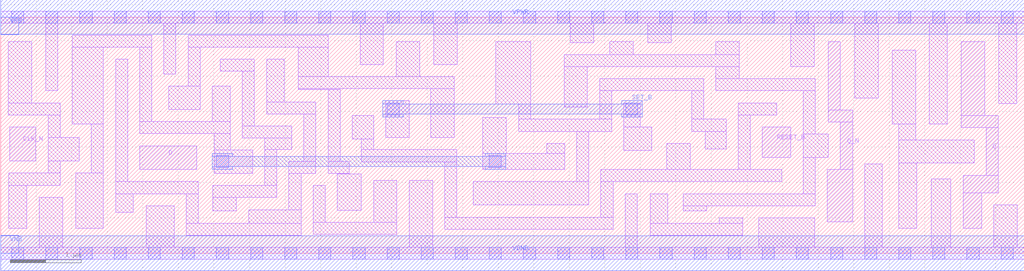
<source format=lef>
# Copyright 2020 The SkyWater PDK Authors
#
# Licensed under the Apache License, Version 2.0 (the "License");
# you may not use this file except in compliance with the License.
# You may obtain a copy of the License at
#
#     https://www.apache.org/licenses/LICENSE-2.0
#
# Unless required by applicable law or agreed to in writing, software
# distributed under the License is distributed on an "AS IS" BASIS,
# WITHOUT WARRANTIES OR CONDITIONS OF ANY KIND, either express or implied.
# See the License for the specific language governing permissions and
# limitations under the License.
#
# SPDX-License-Identifier: Apache-2.0

VERSION 5.5 ;
NAMESCASESENSITIVE ON ;
BUSBITCHARS "[]" ;
DIVIDERCHAR "/" ;
MACRO sky130_fd_sc_hs__dfbbn_2
  CLASS CORE ;
  SOURCE USER ;
  ORIGIN  0.000000  0.000000 ;
  SIZE  14.40000 BY  3.330000 ;
  SYMMETRY X Y ;
  SITE unit ;
  PIN D
    ANTENNAGATEAREA  0.126000 ;
    DIRECTION INPUT ;
    USE SIGNAL ;
    PORT
      LAYER li1 ;
        RECT 1.955000 1.180000 2.755000 1.510000 ;
    END
  END D
  PIN Q
    ANTENNADIFFAREA  0.543200 ;
    DIRECTION OUTPUT ;
    USE SIGNAL ;
    PORT
      LAYER li1 ;
        RECT 13.515000 1.770000 14.035000 1.940000 ;
        RECT 13.515000 1.940000 13.845000 2.980000 ;
        RECT 13.540000 0.350000 13.800000 0.850000 ;
        RECT 13.540000 0.850000 14.035000 1.100000 ;
        RECT 13.865000 1.100000 14.035000 1.770000 ;
    END
  END Q
  PIN Q_N
    ANTENNADIFFAREA  0.543200 ;
    DIRECTION OUTPUT ;
    USE SIGNAL ;
    PORT
      LAYER li1 ;
        RECT 11.630000 0.440000 11.985000 1.180000 ;
        RECT 11.645000 1.850000 11.985000 2.020000 ;
        RECT 11.645000 2.020000 11.815000 2.980000 ;
        RECT 11.815000 1.180000 11.985000 1.850000 ;
    END
  END Q_N
  PIN RESET_B
    ANTENNAGATEAREA  0.159000 ;
    DIRECTION INPUT ;
    USE SIGNAL ;
    PORT
      LAYER li1 ;
        RECT 10.715000 1.350000 11.115000 1.780000 ;
    END
  END RESET_B
  PIN SET_B
    ANTENNAPARTIALMETALSIDEAREA  2.541000 ;
    DIRECTION INPUT ;
    USE SIGNAL ;
    PORT
      LAYER met1 ;
        RECT 5.375000 1.920000 5.665000 1.965000 ;
        RECT 5.375000 1.965000 9.025000 2.105000 ;
        RECT 5.375000 2.105000 5.665000 2.150000 ;
        RECT 8.735000 1.920000 9.025000 1.965000 ;
        RECT 8.735000 2.105000 9.025000 2.150000 ;
    END
  END SET_B
  PIN CLK_N
    ANTENNAGATEAREA  0.279000 ;
    DIRECTION INPUT ;
    USE CLOCK ;
    PORT
      LAYER li1 ;
        RECT 0.125000 1.300000 0.495000 1.780000 ;
    END
  END CLK_N
  PIN VGND
    DIRECTION INOUT ;
    USE GROUND ;
    PORT
      LAYER met1 ;
        RECT 0.000000 -0.245000 14.400000 0.245000 ;
    END
  END VGND
  PIN VNB
    DIRECTION INOUT ;
    USE GROUND ;
    PORT
    END
  END VNB
  PIN VPB
    DIRECTION INOUT ;
    USE POWER ;
    PORT
    END
  END VPB
  PIN VNB
    DIRECTION INOUT ;
    USE GROUND ;
    PORT
      LAYER met1 ;
        RECT 0.000000 0.000000 0.250000 0.250000 ;
    END
  END VNB
  PIN VPB
    DIRECTION INOUT ;
    USE POWER ;
    PORT
      LAYER met1 ;
        RECT 0.000000 3.080000 0.250000 3.330000 ;
    END
  END VPB
  PIN VPWR
    DIRECTION INOUT ;
    USE POWER ;
    PORT
      LAYER met1 ;
        RECT 0.000000 3.085000 14.400000 3.575000 ;
    END
  END VPWR
  OBS
    LAYER li1 ;
      RECT  0.000000 -0.085000 14.400000 0.085000 ;
      RECT  0.000000  3.245000 14.400000 3.415000 ;
      RECT  0.105000  1.950000  0.835000 2.120000 ;
      RECT  0.105000  2.120000  0.435000 2.980000 ;
      RECT  0.115000  0.350000  0.365000 0.960000 ;
      RECT  0.115000  0.960000  0.835000 1.130000 ;
      RECT  0.545000  0.085000  0.875000 0.790000 ;
      RECT  0.635000  2.290000  0.805000 3.245000 ;
      RECT  0.665000  1.130000  0.835000 1.300000 ;
      RECT  0.665000  1.300000  1.105000 1.630000 ;
      RECT  0.665000  1.630000  0.835000 1.950000 ;
      RECT  1.005000  1.820000  1.445000 2.905000 ;
      RECT  1.005000  2.905000  2.125000 3.075000 ;
      RECT  1.055000  0.350000  1.445000 1.130000 ;
      RECT  1.275000  1.130000  1.445000 1.820000 ;
      RECT  1.615000  0.575000  1.865000 0.840000 ;
      RECT  1.615000  0.840000  2.780000 1.010000 ;
      RECT  1.615000  1.010000  1.785000 2.735000 ;
      RECT  1.955000  1.685000  3.230000 1.855000 ;
      RECT  1.955000  1.855000  2.125000 2.905000 ;
      RECT  2.045000  0.085000  2.440000 0.670000 ;
      RECT  2.295000  2.525000  2.465000 3.245000 ;
      RECT  2.365000  2.025000  2.805000 2.355000 ;
      RECT  2.610000  0.255000  4.225000 0.425000 ;
      RECT  2.610000  0.425000  2.780000 0.840000 ;
      RECT  2.635000  2.355000  2.805000 2.905000 ;
      RECT  2.635000  2.905000  4.605000 3.075000 ;
      RECT  2.975000  1.855000  3.230000 2.355000 ;
      RECT  2.980000  0.595000  3.310000 0.785000 ;
      RECT  2.980000  0.785000  3.885000 0.955000 ;
      RECT  3.005000  1.125000  3.545000 1.455000 ;
      RECT  3.005000  1.455000  3.230000 1.685000 ;
      RECT  3.085000  2.565000  3.570000 2.735000 ;
      RECT  3.400000  1.625000  4.095000 1.795000 ;
      RECT  3.400000  1.795000  3.570000 2.565000 ;
      RECT  3.490000  0.425000  4.225000 0.615000 ;
      RECT  3.715000  0.955000  3.885000 1.465000 ;
      RECT  3.715000  1.465000  4.095000 1.625000 ;
      RECT  3.740000  1.965000  4.435000 2.135000 ;
      RECT  3.740000  2.135000  3.990000 2.735000 ;
      RECT  4.055000  0.615000  4.225000 1.125000 ;
      RECT  4.055000  1.125000  4.435000 1.295000 ;
      RECT  4.185000  2.305000  4.775000 2.320000 ;
      RECT  4.185000  2.320000  6.380000 2.490000 ;
      RECT  4.185000  2.490000  4.605000 2.905000 ;
      RECT  4.265000  1.295000  4.435000 1.965000 ;
      RECT  4.395000  0.265000  5.575000 0.435000 ;
      RECT  4.395000  0.435000  4.565000 0.955000 ;
      RECT  4.605000  1.125000  4.905000 1.295000 ;
      RECT  4.605000  1.295000  4.775000 2.305000 ;
      RECT  4.735000  0.605000  5.075000 1.120000 ;
      RECT  4.735000  1.120000  4.905000 1.125000 ;
      RECT  4.945000  1.610000  5.245000 1.940000 ;
      RECT  5.055000  2.660000  5.385000 3.245000 ;
      RECT  5.075000  1.290000  6.415000 1.460000 ;
      RECT  5.075000  1.460000  5.245000 1.610000 ;
      RECT  5.245000  0.435000  5.575000 1.025000 ;
      RECT  5.415000  1.630000  5.745000 2.150000 ;
      RECT  5.565000  2.490000  5.895000 2.980000 ;
      RECT  5.745000  0.085000  6.075000 1.025000 ;
      RECT  6.050000  1.630000  6.380000 2.320000 ;
      RECT  6.095000  2.660000  6.425000 3.245000 ;
      RECT  6.245000  0.340000  8.615000 0.510000 ;
      RECT  6.245000  0.510000  6.415000 1.290000 ;
      RECT  6.650000  0.680000  8.275000 1.010000 ;
      RECT  6.785000  1.180000  7.935000 1.410000 ;
      RECT  6.785000  1.410000  7.115000 1.910000 ;
      RECT  6.965000  2.100000  7.455000 2.980000 ;
      RECT  7.285000  1.720000  8.595000 1.890000 ;
      RECT  7.285000  1.890000  7.455000 2.100000 ;
      RECT  7.685000  1.410000  7.935000 1.550000 ;
      RECT  7.925000  2.060000  8.255000 2.630000 ;
      RECT  7.925000  2.630000 10.390000 2.800000 ;
      RECT  8.010000  2.970000  8.340000 3.245000 ;
      RECT  8.105000  1.010000  8.275000 1.720000 ;
      RECT  8.425000  1.890000  8.595000 2.290000 ;
      RECT  8.425000  2.290000  9.890000 2.460000 ;
      RECT  8.445000  0.510000  8.615000 1.010000 ;
      RECT  8.445000  1.010000 10.990000 1.180000 ;
      RECT  8.570000  2.800000  8.900000 2.980000 ;
      RECT  8.765000  1.450000  9.160000 1.780000 ;
      RECT  8.765000  1.780000  8.995000 2.120000 ;
      RECT  8.785000  0.085000  8.955000 0.840000 ;
      RECT  9.105000  2.970000  9.435000 3.245000 ;
      RECT  9.135000  0.255000 10.440000 0.425000 ;
      RECT  9.135000  0.425000  9.385000 0.840000 ;
      RECT  9.370000  1.180000  9.700000 1.550000 ;
      RECT  9.605000  0.595000  9.935000 0.670000 ;
      RECT  9.605000  0.670000 11.460000 0.840000 ;
      RECT  9.720000  1.720000 10.205000 1.890000 ;
      RECT  9.720000  1.890000  9.890000 2.290000 ;
      RECT  9.910000  1.470000 10.205000 1.720000 ;
      RECT 10.060000  2.290000 11.460000 2.460000 ;
      RECT 10.060000  2.460000 10.390000 2.630000 ;
      RECT 10.060000  2.800000 10.390000 2.980000 ;
      RECT 10.110000  0.425000 10.440000 0.500000 ;
      RECT 10.375000  1.180000 10.545000 1.950000 ;
      RECT 10.375000  1.950000 10.920000 2.120000 ;
      RECT 10.665000  0.085000 11.450000 0.500000 ;
      RECT 11.115000  2.630000 11.445000 3.245000 ;
      RECT 11.290000  0.840000 11.460000 1.350000 ;
      RECT 11.290000  1.350000 11.645000 1.680000 ;
      RECT 11.290000  1.680000 11.460000 2.290000 ;
      RECT 12.015000  2.190000 12.345000 3.245000 ;
      RECT 12.155000  0.085000 12.405000 1.260000 ;
      RECT 12.545000  1.820000 12.875000 2.860000 ;
      RECT 12.635000  0.350000 12.885000 1.270000 ;
      RECT 12.635000  1.270000 13.695000 1.600000 ;
      RECT 12.635000  1.600000 12.875000 1.820000 ;
      RECT 13.065000  1.820000 13.315000 3.245000 ;
      RECT 13.095000  0.085000 13.370000 1.050000 ;
      RECT 13.970000  0.085000 14.300000 0.680000 ;
      RECT 14.045000  2.110000 14.295000 3.245000 ;
    LAYER mcon ;
      RECT  0.155000 -0.085000  0.325000 0.085000 ;
      RECT  0.155000  3.245000  0.325000 3.415000 ;
      RECT  0.635000 -0.085000  0.805000 0.085000 ;
      RECT  0.635000  3.245000  0.805000 3.415000 ;
      RECT  1.115000 -0.085000  1.285000 0.085000 ;
      RECT  1.115000  3.245000  1.285000 3.415000 ;
      RECT  1.595000 -0.085000  1.765000 0.085000 ;
      RECT  1.595000  3.245000  1.765000 3.415000 ;
      RECT  2.075000 -0.085000  2.245000 0.085000 ;
      RECT  2.075000  3.245000  2.245000 3.415000 ;
      RECT  2.555000 -0.085000  2.725000 0.085000 ;
      RECT  2.555000  3.245000  2.725000 3.415000 ;
      RECT  3.035000 -0.085000  3.205000 0.085000 ;
      RECT  3.035000  1.210000  3.205000 1.380000 ;
      RECT  3.035000  3.245000  3.205000 3.415000 ;
      RECT  3.515000 -0.085000  3.685000 0.085000 ;
      RECT  3.515000  3.245000  3.685000 3.415000 ;
      RECT  3.995000 -0.085000  4.165000 0.085000 ;
      RECT  3.995000  3.245000  4.165000 3.415000 ;
      RECT  4.475000 -0.085000  4.645000 0.085000 ;
      RECT  4.475000  3.245000  4.645000 3.415000 ;
      RECT  4.955000 -0.085000  5.125000 0.085000 ;
      RECT  4.955000  3.245000  5.125000 3.415000 ;
      RECT  5.435000 -0.085000  5.605000 0.085000 ;
      RECT  5.435000  1.950000  5.605000 2.120000 ;
      RECT  5.435000  3.245000  5.605000 3.415000 ;
      RECT  5.915000 -0.085000  6.085000 0.085000 ;
      RECT  5.915000  3.245000  6.085000 3.415000 ;
      RECT  6.395000 -0.085000  6.565000 0.085000 ;
      RECT  6.395000  3.245000  6.565000 3.415000 ;
      RECT  6.875000 -0.085000  7.045000 0.085000 ;
      RECT  6.875000  1.210000  7.045000 1.380000 ;
      RECT  6.875000  3.245000  7.045000 3.415000 ;
      RECT  7.355000 -0.085000  7.525000 0.085000 ;
      RECT  7.355000  3.245000  7.525000 3.415000 ;
      RECT  7.835000 -0.085000  8.005000 0.085000 ;
      RECT  7.835000  3.245000  8.005000 3.415000 ;
      RECT  8.315000 -0.085000  8.485000 0.085000 ;
      RECT  8.315000  3.245000  8.485000 3.415000 ;
      RECT  8.795000 -0.085000  8.965000 0.085000 ;
      RECT  8.795000  1.950000  8.965000 2.120000 ;
      RECT  8.795000  3.245000  8.965000 3.415000 ;
      RECT  9.275000 -0.085000  9.445000 0.085000 ;
      RECT  9.275000  3.245000  9.445000 3.415000 ;
      RECT  9.755000 -0.085000  9.925000 0.085000 ;
      RECT  9.755000  3.245000  9.925000 3.415000 ;
      RECT 10.235000 -0.085000 10.405000 0.085000 ;
      RECT 10.235000  3.245000 10.405000 3.415000 ;
      RECT 10.715000 -0.085000 10.885000 0.085000 ;
      RECT 10.715000  3.245000 10.885000 3.415000 ;
      RECT 11.195000 -0.085000 11.365000 0.085000 ;
      RECT 11.195000  3.245000 11.365000 3.415000 ;
      RECT 11.675000 -0.085000 11.845000 0.085000 ;
      RECT 11.675000  3.245000 11.845000 3.415000 ;
      RECT 12.155000 -0.085000 12.325000 0.085000 ;
      RECT 12.155000  3.245000 12.325000 3.415000 ;
      RECT 12.635000 -0.085000 12.805000 0.085000 ;
      RECT 12.635000  3.245000 12.805000 3.415000 ;
      RECT 13.115000 -0.085000 13.285000 0.085000 ;
      RECT 13.115000  3.245000 13.285000 3.415000 ;
      RECT 13.595000 -0.085000 13.765000 0.085000 ;
      RECT 13.595000  3.245000 13.765000 3.415000 ;
      RECT 14.075000 -0.085000 14.245000 0.085000 ;
      RECT 14.075000  3.245000 14.245000 3.415000 ;
    LAYER met1 ;
      RECT 2.975000 1.180000 3.265000 1.225000 ;
      RECT 2.975000 1.225000 7.105000 1.365000 ;
      RECT 2.975000 1.365000 3.265000 1.410000 ;
      RECT 6.815000 1.180000 7.105000 1.225000 ;
      RECT 6.815000 1.365000 7.105000 1.410000 ;
  END
END sky130_fd_sc_hs__dfbbn_2
END LIBRARY

</source>
